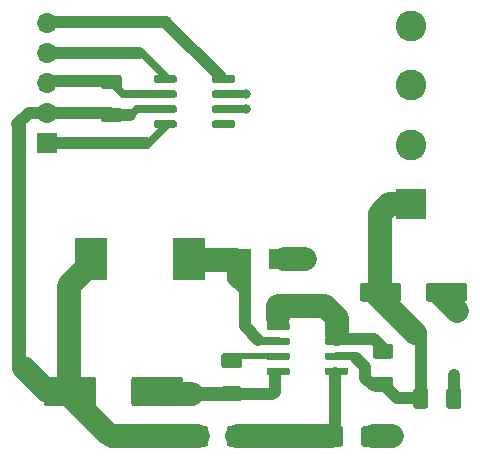
<source format=gbr>
G04 #@! TF.GenerationSoftware,KiCad,Pcbnew,(5.1.5)-3*
G04 #@! TF.CreationDate,2020-03-21T18:19:31+03:00*
G04 #@! TF.ProjectId,CAN+Power v0.1,43414e2b-506f-4776-9572-2076302e312e,rev?*
G04 #@! TF.SameCoordinates,Original*
G04 #@! TF.FileFunction,Copper,L1,Top*
G04 #@! TF.FilePolarity,Positive*
%FSLAX46Y46*%
G04 Gerber Fmt 4.6, Leading zero omitted, Abs format (unit mm)*
G04 Created by KiCad (PCBNEW (5.1.5)-3) date 2020-03-21 18:19:31*
%MOMM*%
%LPD*%
G04 APERTURE LIST*
%ADD10C,0.100000*%
%ADD11O,1.700000X1.700000*%
%ADD12R,1.700000X1.700000*%
%ADD13R,2.500000X1.800000*%
%ADD14C,2.600000*%
%ADD15R,2.600000X2.600000*%
%ADD16R,2.700000X3.600000*%
%ADD17C,0.800000*%
%ADD18C,0.250000*%
%ADD19C,0.700000*%
%ADD20C,1.000000*%
%ADD21C,2.000000*%
%ADD22C,0.500000*%
%ADD23C,1.200000*%
G04 APERTURE END LIST*
G04 #@! TA.AperFunction,SMDPad,CuDef*
D10*
G36*
X129449504Y-84976204D02*
G01*
X129473773Y-84979804D01*
X129497571Y-84985765D01*
X129520671Y-84994030D01*
X129542849Y-85004520D01*
X129563893Y-85017133D01*
X129583598Y-85031747D01*
X129601777Y-85048223D01*
X129618253Y-85066402D01*
X129632867Y-85086107D01*
X129645480Y-85107151D01*
X129655970Y-85129329D01*
X129664235Y-85152429D01*
X129670196Y-85176227D01*
X129673796Y-85200496D01*
X129675000Y-85225000D01*
X129675000Y-85975000D01*
X129673796Y-85999504D01*
X129670196Y-86023773D01*
X129664235Y-86047571D01*
X129655970Y-86070671D01*
X129645480Y-86092849D01*
X129632867Y-86113893D01*
X129618253Y-86133598D01*
X129601777Y-86151777D01*
X129583598Y-86168253D01*
X129563893Y-86182867D01*
X129542849Y-86195480D01*
X129520671Y-86205970D01*
X129497571Y-86214235D01*
X129473773Y-86220196D01*
X129449504Y-86223796D01*
X129425000Y-86225000D01*
X128175000Y-86225000D01*
X128150496Y-86223796D01*
X128126227Y-86220196D01*
X128102429Y-86214235D01*
X128079329Y-86205970D01*
X128057151Y-86195480D01*
X128036107Y-86182867D01*
X128016402Y-86168253D01*
X127998223Y-86151777D01*
X127981747Y-86133598D01*
X127967133Y-86113893D01*
X127954520Y-86092849D01*
X127944030Y-86070671D01*
X127935765Y-86047571D01*
X127929804Y-86023773D01*
X127926204Y-85999504D01*
X127925000Y-85975000D01*
X127925000Y-85225000D01*
X127926204Y-85200496D01*
X127929804Y-85176227D01*
X127935765Y-85152429D01*
X127944030Y-85129329D01*
X127954520Y-85107151D01*
X127967133Y-85086107D01*
X127981747Y-85066402D01*
X127998223Y-85048223D01*
X128016402Y-85031747D01*
X128036107Y-85017133D01*
X128057151Y-85004520D01*
X128079329Y-84994030D01*
X128102429Y-84985765D01*
X128126227Y-84979804D01*
X128150496Y-84976204D01*
X128175000Y-84975000D01*
X129425000Y-84975000D01*
X129449504Y-84976204D01*
G37*
G04 #@! TD.AperFunction*
G04 #@! TA.AperFunction,SMDPad,CuDef*
G36*
X129449504Y-82176204D02*
G01*
X129473773Y-82179804D01*
X129497571Y-82185765D01*
X129520671Y-82194030D01*
X129542849Y-82204520D01*
X129563893Y-82217133D01*
X129583598Y-82231747D01*
X129601777Y-82248223D01*
X129618253Y-82266402D01*
X129632867Y-82286107D01*
X129645480Y-82307151D01*
X129655970Y-82329329D01*
X129664235Y-82352429D01*
X129670196Y-82376227D01*
X129673796Y-82400496D01*
X129675000Y-82425000D01*
X129675000Y-83175000D01*
X129673796Y-83199504D01*
X129670196Y-83223773D01*
X129664235Y-83247571D01*
X129655970Y-83270671D01*
X129645480Y-83292849D01*
X129632867Y-83313893D01*
X129618253Y-83333598D01*
X129601777Y-83351777D01*
X129583598Y-83368253D01*
X129563893Y-83382867D01*
X129542849Y-83395480D01*
X129520671Y-83405970D01*
X129497571Y-83414235D01*
X129473773Y-83420196D01*
X129449504Y-83423796D01*
X129425000Y-83425000D01*
X128175000Y-83425000D01*
X128150496Y-83423796D01*
X128126227Y-83420196D01*
X128102429Y-83414235D01*
X128079329Y-83405970D01*
X128057151Y-83395480D01*
X128036107Y-83382867D01*
X128016402Y-83368253D01*
X127998223Y-83351777D01*
X127981747Y-83333598D01*
X127967133Y-83313893D01*
X127954520Y-83292849D01*
X127944030Y-83270671D01*
X127935765Y-83247571D01*
X127929804Y-83223773D01*
X127926204Y-83199504D01*
X127925000Y-83175000D01*
X127925000Y-82425000D01*
X127926204Y-82400496D01*
X127929804Y-82376227D01*
X127935765Y-82352429D01*
X127944030Y-82329329D01*
X127954520Y-82307151D01*
X127967133Y-82286107D01*
X127981747Y-82266402D01*
X127998223Y-82248223D01*
X128016402Y-82231747D01*
X128036107Y-82217133D01*
X128057151Y-82204520D01*
X128079329Y-82194030D01*
X128102429Y-82185765D01*
X128126227Y-82179804D01*
X128150496Y-82176204D01*
X128175000Y-82175000D01*
X129425000Y-82175000D01*
X129449504Y-82176204D01*
G37*
G04 #@! TD.AperFunction*
D11*
X123400000Y-77840000D03*
X123400000Y-80380000D03*
X123400000Y-82920000D03*
X123400000Y-85460000D03*
D12*
X123400000Y-88000000D03*
D13*
X139400000Y-97800000D03*
X143400000Y-97800000D03*
D14*
X154200000Y-78100000D03*
X154200000Y-83100000D03*
X154200000Y-88100000D03*
D15*
X154200000Y-93100000D03*
G04 #@! TA.AperFunction,SMDPad,CuDef*
D10*
G36*
X127274504Y-107751204D02*
G01*
X127298773Y-107754804D01*
X127322571Y-107760765D01*
X127345671Y-107769030D01*
X127367849Y-107779520D01*
X127388893Y-107792133D01*
X127408598Y-107806747D01*
X127426777Y-107823223D01*
X127443253Y-107841402D01*
X127457867Y-107861107D01*
X127470480Y-107882151D01*
X127480970Y-107904329D01*
X127489235Y-107927429D01*
X127495196Y-107951227D01*
X127498796Y-107975496D01*
X127500000Y-108000000D01*
X127500000Y-110000000D01*
X127498796Y-110024504D01*
X127495196Y-110048773D01*
X127489235Y-110072571D01*
X127480970Y-110095671D01*
X127470480Y-110117849D01*
X127457867Y-110138893D01*
X127443253Y-110158598D01*
X127426777Y-110176777D01*
X127408598Y-110193253D01*
X127388893Y-110207867D01*
X127367849Y-110220480D01*
X127345671Y-110230970D01*
X127322571Y-110239235D01*
X127298773Y-110245196D01*
X127274504Y-110248796D01*
X127250000Y-110250000D01*
X123350000Y-110250000D01*
X123325496Y-110248796D01*
X123301227Y-110245196D01*
X123277429Y-110239235D01*
X123254329Y-110230970D01*
X123232151Y-110220480D01*
X123211107Y-110207867D01*
X123191402Y-110193253D01*
X123173223Y-110176777D01*
X123156747Y-110158598D01*
X123142133Y-110138893D01*
X123129520Y-110117849D01*
X123119030Y-110095671D01*
X123110765Y-110072571D01*
X123104804Y-110048773D01*
X123101204Y-110024504D01*
X123100000Y-110000000D01*
X123100000Y-108000000D01*
X123101204Y-107975496D01*
X123104804Y-107951227D01*
X123110765Y-107927429D01*
X123119030Y-107904329D01*
X123129520Y-107882151D01*
X123142133Y-107861107D01*
X123156747Y-107841402D01*
X123173223Y-107823223D01*
X123191402Y-107806747D01*
X123211107Y-107792133D01*
X123232151Y-107779520D01*
X123254329Y-107769030D01*
X123277429Y-107760765D01*
X123301227Y-107754804D01*
X123325496Y-107751204D01*
X123350000Y-107750000D01*
X127250000Y-107750000D01*
X127274504Y-107751204D01*
G37*
G04 #@! TD.AperFunction*
G04 #@! TA.AperFunction,SMDPad,CuDef*
G36*
X134674504Y-107751204D02*
G01*
X134698773Y-107754804D01*
X134722571Y-107760765D01*
X134745671Y-107769030D01*
X134767849Y-107779520D01*
X134788893Y-107792133D01*
X134808598Y-107806747D01*
X134826777Y-107823223D01*
X134843253Y-107841402D01*
X134857867Y-107861107D01*
X134870480Y-107882151D01*
X134880970Y-107904329D01*
X134889235Y-107927429D01*
X134895196Y-107951227D01*
X134898796Y-107975496D01*
X134900000Y-108000000D01*
X134900000Y-110000000D01*
X134898796Y-110024504D01*
X134895196Y-110048773D01*
X134889235Y-110072571D01*
X134880970Y-110095671D01*
X134870480Y-110117849D01*
X134857867Y-110138893D01*
X134843253Y-110158598D01*
X134826777Y-110176777D01*
X134808598Y-110193253D01*
X134788893Y-110207867D01*
X134767849Y-110220480D01*
X134745671Y-110230970D01*
X134722571Y-110239235D01*
X134698773Y-110245196D01*
X134674504Y-110248796D01*
X134650000Y-110250000D01*
X130750000Y-110250000D01*
X130725496Y-110248796D01*
X130701227Y-110245196D01*
X130677429Y-110239235D01*
X130654329Y-110230970D01*
X130632151Y-110220480D01*
X130611107Y-110207867D01*
X130591402Y-110193253D01*
X130573223Y-110176777D01*
X130556747Y-110158598D01*
X130542133Y-110138893D01*
X130529520Y-110117849D01*
X130519030Y-110095671D01*
X130510765Y-110072571D01*
X130504804Y-110048773D01*
X130501204Y-110024504D01*
X130500000Y-110000000D01*
X130500000Y-108000000D01*
X130501204Y-107975496D01*
X130504804Y-107951227D01*
X130510765Y-107927429D01*
X130519030Y-107904329D01*
X130529520Y-107882151D01*
X130542133Y-107861107D01*
X130556747Y-107841402D01*
X130573223Y-107823223D01*
X130591402Y-107806747D01*
X130611107Y-107792133D01*
X130632151Y-107779520D01*
X130654329Y-107769030D01*
X130677429Y-107760765D01*
X130701227Y-107754804D01*
X130725496Y-107751204D01*
X130750000Y-107750000D01*
X134650000Y-107750000D01*
X134674504Y-107751204D01*
G37*
G04 #@! TD.AperFunction*
G04 #@! TA.AperFunction,SMDPad,CuDef*
G36*
X143764703Y-103195722D02*
G01*
X143779264Y-103197882D01*
X143793543Y-103201459D01*
X143807403Y-103206418D01*
X143820710Y-103212712D01*
X143833336Y-103220280D01*
X143845159Y-103229048D01*
X143856066Y-103238934D01*
X143865952Y-103249841D01*
X143874720Y-103261664D01*
X143882288Y-103274290D01*
X143888582Y-103287597D01*
X143893541Y-103301457D01*
X143897118Y-103315736D01*
X143899278Y-103330297D01*
X143900000Y-103345000D01*
X143900000Y-103645000D01*
X143899278Y-103659703D01*
X143897118Y-103674264D01*
X143893541Y-103688543D01*
X143888582Y-103702403D01*
X143882288Y-103715710D01*
X143874720Y-103728336D01*
X143865952Y-103740159D01*
X143856066Y-103751066D01*
X143845159Y-103760952D01*
X143833336Y-103769720D01*
X143820710Y-103777288D01*
X143807403Y-103783582D01*
X143793543Y-103788541D01*
X143779264Y-103792118D01*
X143764703Y-103794278D01*
X143750000Y-103795000D01*
X142100000Y-103795000D01*
X142085297Y-103794278D01*
X142070736Y-103792118D01*
X142056457Y-103788541D01*
X142042597Y-103783582D01*
X142029290Y-103777288D01*
X142016664Y-103769720D01*
X142004841Y-103760952D01*
X141993934Y-103751066D01*
X141984048Y-103740159D01*
X141975280Y-103728336D01*
X141967712Y-103715710D01*
X141961418Y-103702403D01*
X141956459Y-103688543D01*
X141952882Y-103674264D01*
X141950722Y-103659703D01*
X141950000Y-103645000D01*
X141950000Y-103345000D01*
X141950722Y-103330297D01*
X141952882Y-103315736D01*
X141956459Y-103301457D01*
X141961418Y-103287597D01*
X141967712Y-103274290D01*
X141975280Y-103261664D01*
X141984048Y-103249841D01*
X141993934Y-103238934D01*
X142004841Y-103229048D01*
X142016664Y-103220280D01*
X142029290Y-103212712D01*
X142042597Y-103206418D01*
X142056457Y-103201459D01*
X142070736Y-103197882D01*
X142085297Y-103195722D01*
X142100000Y-103195000D01*
X143750000Y-103195000D01*
X143764703Y-103195722D01*
G37*
G04 #@! TD.AperFunction*
G04 #@! TA.AperFunction,SMDPad,CuDef*
G36*
X143764703Y-104465722D02*
G01*
X143779264Y-104467882D01*
X143793543Y-104471459D01*
X143807403Y-104476418D01*
X143820710Y-104482712D01*
X143833336Y-104490280D01*
X143845159Y-104499048D01*
X143856066Y-104508934D01*
X143865952Y-104519841D01*
X143874720Y-104531664D01*
X143882288Y-104544290D01*
X143888582Y-104557597D01*
X143893541Y-104571457D01*
X143897118Y-104585736D01*
X143899278Y-104600297D01*
X143900000Y-104615000D01*
X143900000Y-104915000D01*
X143899278Y-104929703D01*
X143897118Y-104944264D01*
X143893541Y-104958543D01*
X143888582Y-104972403D01*
X143882288Y-104985710D01*
X143874720Y-104998336D01*
X143865952Y-105010159D01*
X143856066Y-105021066D01*
X143845159Y-105030952D01*
X143833336Y-105039720D01*
X143820710Y-105047288D01*
X143807403Y-105053582D01*
X143793543Y-105058541D01*
X143779264Y-105062118D01*
X143764703Y-105064278D01*
X143750000Y-105065000D01*
X142100000Y-105065000D01*
X142085297Y-105064278D01*
X142070736Y-105062118D01*
X142056457Y-105058541D01*
X142042597Y-105053582D01*
X142029290Y-105047288D01*
X142016664Y-105039720D01*
X142004841Y-105030952D01*
X141993934Y-105021066D01*
X141984048Y-105010159D01*
X141975280Y-104998336D01*
X141967712Y-104985710D01*
X141961418Y-104972403D01*
X141956459Y-104958543D01*
X141952882Y-104944264D01*
X141950722Y-104929703D01*
X141950000Y-104915000D01*
X141950000Y-104615000D01*
X141950722Y-104600297D01*
X141952882Y-104585736D01*
X141956459Y-104571457D01*
X141961418Y-104557597D01*
X141967712Y-104544290D01*
X141975280Y-104531664D01*
X141984048Y-104519841D01*
X141993934Y-104508934D01*
X142004841Y-104499048D01*
X142016664Y-104490280D01*
X142029290Y-104482712D01*
X142042597Y-104476418D01*
X142056457Y-104471459D01*
X142070736Y-104467882D01*
X142085297Y-104465722D01*
X142100000Y-104465000D01*
X143750000Y-104465000D01*
X143764703Y-104465722D01*
G37*
G04 #@! TD.AperFunction*
G04 #@! TA.AperFunction,SMDPad,CuDef*
G36*
X143764703Y-105735722D02*
G01*
X143779264Y-105737882D01*
X143793543Y-105741459D01*
X143807403Y-105746418D01*
X143820710Y-105752712D01*
X143833336Y-105760280D01*
X143845159Y-105769048D01*
X143856066Y-105778934D01*
X143865952Y-105789841D01*
X143874720Y-105801664D01*
X143882288Y-105814290D01*
X143888582Y-105827597D01*
X143893541Y-105841457D01*
X143897118Y-105855736D01*
X143899278Y-105870297D01*
X143900000Y-105885000D01*
X143900000Y-106185000D01*
X143899278Y-106199703D01*
X143897118Y-106214264D01*
X143893541Y-106228543D01*
X143888582Y-106242403D01*
X143882288Y-106255710D01*
X143874720Y-106268336D01*
X143865952Y-106280159D01*
X143856066Y-106291066D01*
X143845159Y-106300952D01*
X143833336Y-106309720D01*
X143820710Y-106317288D01*
X143807403Y-106323582D01*
X143793543Y-106328541D01*
X143779264Y-106332118D01*
X143764703Y-106334278D01*
X143750000Y-106335000D01*
X142100000Y-106335000D01*
X142085297Y-106334278D01*
X142070736Y-106332118D01*
X142056457Y-106328541D01*
X142042597Y-106323582D01*
X142029290Y-106317288D01*
X142016664Y-106309720D01*
X142004841Y-106300952D01*
X141993934Y-106291066D01*
X141984048Y-106280159D01*
X141975280Y-106268336D01*
X141967712Y-106255710D01*
X141961418Y-106242403D01*
X141956459Y-106228543D01*
X141952882Y-106214264D01*
X141950722Y-106199703D01*
X141950000Y-106185000D01*
X141950000Y-105885000D01*
X141950722Y-105870297D01*
X141952882Y-105855736D01*
X141956459Y-105841457D01*
X141961418Y-105827597D01*
X141967712Y-105814290D01*
X141975280Y-105801664D01*
X141984048Y-105789841D01*
X141993934Y-105778934D01*
X142004841Y-105769048D01*
X142016664Y-105760280D01*
X142029290Y-105752712D01*
X142042597Y-105746418D01*
X142056457Y-105741459D01*
X142070736Y-105737882D01*
X142085297Y-105735722D01*
X142100000Y-105735000D01*
X143750000Y-105735000D01*
X143764703Y-105735722D01*
G37*
G04 #@! TD.AperFunction*
G04 #@! TA.AperFunction,SMDPad,CuDef*
G36*
X143764703Y-107005722D02*
G01*
X143779264Y-107007882D01*
X143793543Y-107011459D01*
X143807403Y-107016418D01*
X143820710Y-107022712D01*
X143833336Y-107030280D01*
X143845159Y-107039048D01*
X143856066Y-107048934D01*
X143865952Y-107059841D01*
X143874720Y-107071664D01*
X143882288Y-107084290D01*
X143888582Y-107097597D01*
X143893541Y-107111457D01*
X143897118Y-107125736D01*
X143899278Y-107140297D01*
X143900000Y-107155000D01*
X143900000Y-107455000D01*
X143899278Y-107469703D01*
X143897118Y-107484264D01*
X143893541Y-107498543D01*
X143888582Y-107512403D01*
X143882288Y-107525710D01*
X143874720Y-107538336D01*
X143865952Y-107550159D01*
X143856066Y-107561066D01*
X143845159Y-107570952D01*
X143833336Y-107579720D01*
X143820710Y-107587288D01*
X143807403Y-107593582D01*
X143793543Y-107598541D01*
X143779264Y-107602118D01*
X143764703Y-107604278D01*
X143750000Y-107605000D01*
X142100000Y-107605000D01*
X142085297Y-107604278D01*
X142070736Y-107602118D01*
X142056457Y-107598541D01*
X142042597Y-107593582D01*
X142029290Y-107587288D01*
X142016664Y-107579720D01*
X142004841Y-107570952D01*
X141993934Y-107561066D01*
X141984048Y-107550159D01*
X141975280Y-107538336D01*
X141967712Y-107525710D01*
X141961418Y-107512403D01*
X141956459Y-107498543D01*
X141952882Y-107484264D01*
X141950722Y-107469703D01*
X141950000Y-107455000D01*
X141950000Y-107155000D01*
X141950722Y-107140297D01*
X141952882Y-107125736D01*
X141956459Y-107111457D01*
X141961418Y-107097597D01*
X141967712Y-107084290D01*
X141975280Y-107071664D01*
X141984048Y-107059841D01*
X141993934Y-107048934D01*
X142004841Y-107039048D01*
X142016664Y-107030280D01*
X142029290Y-107022712D01*
X142042597Y-107016418D01*
X142056457Y-107011459D01*
X142070736Y-107007882D01*
X142085297Y-107005722D01*
X142100000Y-107005000D01*
X143750000Y-107005000D01*
X143764703Y-107005722D01*
G37*
G04 #@! TD.AperFunction*
G04 #@! TA.AperFunction,SMDPad,CuDef*
G36*
X148714703Y-107005722D02*
G01*
X148729264Y-107007882D01*
X148743543Y-107011459D01*
X148757403Y-107016418D01*
X148770710Y-107022712D01*
X148783336Y-107030280D01*
X148795159Y-107039048D01*
X148806066Y-107048934D01*
X148815952Y-107059841D01*
X148824720Y-107071664D01*
X148832288Y-107084290D01*
X148838582Y-107097597D01*
X148843541Y-107111457D01*
X148847118Y-107125736D01*
X148849278Y-107140297D01*
X148850000Y-107155000D01*
X148850000Y-107455000D01*
X148849278Y-107469703D01*
X148847118Y-107484264D01*
X148843541Y-107498543D01*
X148838582Y-107512403D01*
X148832288Y-107525710D01*
X148824720Y-107538336D01*
X148815952Y-107550159D01*
X148806066Y-107561066D01*
X148795159Y-107570952D01*
X148783336Y-107579720D01*
X148770710Y-107587288D01*
X148757403Y-107593582D01*
X148743543Y-107598541D01*
X148729264Y-107602118D01*
X148714703Y-107604278D01*
X148700000Y-107605000D01*
X147050000Y-107605000D01*
X147035297Y-107604278D01*
X147020736Y-107602118D01*
X147006457Y-107598541D01*
X146992597Y-107593582D01*
X146979290Y-107587288D01*
X146966664Y-107579720D01*
X146954841Y-107570952D01*
X146943934Y-107561066D01*
X146934048Y-107550159D01*
X146925280Y-107538336D01*
X146917712Y-107525710D01*
X146911418Y-107512403D01*
X146906459Y-107498543D01*
X146902882Y-107484264D01*
X146900722Y-107469703D01*
X146900000Y-107455000D01*
X146900000Y-107155000D01*
X146900722Y-107140297D01*
X146902882Y-107125736D01*
X146906459Y-107111457D01*
X146911418Y-107097597D01*
X146917712Y-107084290D01*
X146925280Y-107071664D01*
X146934048Y-107059841D01*
X146943934Y-107048934D01*
X146954841Y-107039048D01*
X146966664Y-107030280D01*
X146979290Y-107022712D01*
X146992597Y-107016418D01*
X147006457Y-107011459D01*
X147020736Y-107007882D01*
X147035297Y-107005722D01*
X147050000Y-107005000D01*
X148700000Y-107005000D01*
X148714703Y-107005722D01*
G37*
G04 #@! TD.AperFunction*
G04 #@! TA.AperFunction,SMDPad,CuDef*
G36*
X148714703Y-105735722D02*
G01*
X148729264Y-105737882D01*
X148743543Y-105741459D01*
X148757403Y-105746418D01*
X148770710Y-105752712D01*
X148783336Y-105760280D01*
X148795159Y-105769048D01*
X148806066Y-105778934D01*
X148815952Y-105789841D01*
X148824720Y-105801664D01*
X148832288Y-105814290D01*
X148838582Y-105827597D01*
X148843541Y-105841457D01*
X148847118Y-105855736D01*
X148849278Y-105870297D01*
X148850000Y-105885000D01*
X148850000Y-106185000D01*
X148849278Y-106199703D01*
X148847118Y-106214264D01*
X148843541Y-106228543D01*
X148838582Y-106242403D01*
X148832288Y-106255710D01*
X148824720Y-106268336D01*
X148815952Y-106280159D01*
X148806066Y-106291066D01*
X148795159Y-106300952D01*
X148783336Y-106309720D01*
X148770710Y-106317288D01*
X148757403Y-106323582D01*
X148743543Y-106328541D01*
X148729264Y-106332118D01*
X148714703Y-106334278D01*
X148700000Y-106335000D01*
X147050000Y-106335000D01*
X147035297Y-106334278D01*
X147020736Y-106332118D01*
X147006457Y-106328541D01*
X146992597Y-106323582D01*
X146979290Y-106317288D01*
X146966664Y-106309720D01*
X146954841Y-106300952D01*
X146943934Y-106291066D01*
X146934048Y-106280159D01*
X146925280Y-106268336D01*
X146917712Y-106255710D01*
X146911418Y-106242403D01*
X146906459Y-106228543D01*
X146902882Y-106214264D01*
X146900722Y-106199703D01*
X146900000Y-106185000D01*
X146900000Y-105885000D01*
X146900722Y-105870297D01*
X146902882Y-105855736D01*
X146906459Y-105841457D01*
X146911418Y-105827597D01*
X146917712Y-105814290D01*
X146925280Y-105801664D01*
X146934048Y-105789841D01*
X146943934Y-105778934D01*
X146954841Y-105769048D01*
X146966664Y-105760280D01*
X146979290Y-105752712D01*
X146992597Y-105746418D01*
X147006457Y-105741459D01*
X147020736Y-105737882D01*
X147035297Y-105735722D01*
X147050000Y-105735000D01*
X148700000Y-105735000D01*
X148714703Y-105735722D01*
G37*
G04 #@! TD.AperFunction*
G04 #@! TA.AperFunction,SMDPad,CuDef*
G36*
X148714703Y-104465722D02*
G01*
X148729264Y-104467882D01*
X148743543Y-104471459D01*
X148757403Y-104476418D01*
X148770710Y-104482712D01*
X148783336Y-104490280D01*
X148795159Y-104499048D01*
X148806066Y-104508934D01*
X148815952Y-104519841D01*
X148824720Y-104531664D01*
X148832288Y-104544290D01*
X148838582Y-104557597D01*
X148843541Y-104571457D01*
X148847118Y-104585736D01*
X148849278Y-104600297D01*
X148850000Y-104615000D01*
X148850000Y-104915000D01*
X148849278Y-104929703D01*
X148847118Y-104944264D01*
X148843541Y-104958543D01*
X148838582Y-104972403D01*
X148832288Y-104985710D01*
X148824720Y-104998336D01*
X148815952Y-105010159D01*
X148806066Y-105021066D01*
X148795159Y-105030952D01*
X148783336Y-105039720D01*
X148770710Y-105047288D01*
X148757403Y-105053582D01*
X148743543Y-105058541D01*
X148729264Y-105062118D01*
X148714703Y-105064278D01*
X148700000Y-105065000D01*
X147050000Y-105065000D01*
X147035297Y-105064278D01*
X147020736Y-105062118D01*
X147006457Y-105058541D01*
X146992597Y-105053582D01*
X146979290Y-105047288D01*
X146966664Y-105039720D01*
X146954841Y-105030952D01*
X146943934Y-105021066D01*
X146934048Y-105010159D01*
X146925280Y-104998336D01*
X146917712Y-104985710D01*
X146911418Y-104972403D01*
X146906459Y-104958543D01*
X146902882Y-104944264D01*
X146900722Y-104929703D01*
X146900000Y-104915000D01*
X146900000Y-104615000D01*
X146900722Y-104600297D01*
X146902882Y-104585736D01*
X146906459Y-104571457D01*
X146911418Y-104557597D01*
X146917712Y-104544290D01*
X146925280Y-104531664D01*
X146934048Y-104519841D01*
X146943934Y-104508934D01*
X146954841Y-104499048D01*
X146966664Y-104490280D01*
X146979290Y-104482712D01*
X146992597Y-104476418D01*
X147006457Y-104471459D01*
X147020736Y-104467882D01*
X147035297Y-104465722D01*
X147050000Y-104465000D01*
X148700000Y-104465000D01*
X148714703Y-104465722D01*
G37*
G04 #@! TD.AperFunction*
G04 #@! TA.AperFunction,SMDPad,CuDef*
G36*
X148714703Y-103195722D02*
G01*
X148729264Y-103197882D01*
X148743543Y-103201459D01*
X148757403Y-103206418D01*
X148770710Y-103212712D01*
X148783336Y-103220280D01*
X148795159Y-103229048D01*
X148806066Y-103238934D01*
X148815952Y-103249841D01*
X148824720Y-103261664D01*
X148832288Y-103274290D01*
X148838582Y-103287597D01*
X148843541Y-103301457D01*
X148847118Y-103315736D01*
X148849278Y-103330297D01*
X148850000Y-103345000D01*
X148850000Y-103645000D01*
X148849278Y-103659703D01*
X148847118Y-103674264D01*
X148843541Y-103688543D01*
X148838582Y-103702403D01*
X148832288Y-103715710D01*
X148824720Y-103728336D01*
X148815952Y-103740159D01*
X148806066Y-103751066D01*
X148795159Y-103760952D01*
X148783336Y-103769720D01*
X148770710Y-103777288D01*
X148757403Y-103783582D01*
X148743543Y-103788541D01*
X148729264Y-103792118D01*
X148714703Y-103794278D01*
X148700000Y-103795000D01*
X147050000Y-103795000D01*
X147035297Y-103794278D01*
X147020736Y-103792118D01*
X147006457Y-103788541D01*
X146992597Y-103783582D01*
X146979290Y-103777288D01*
X146966664Y-103769720D01*
X146954841Y-103760952D01*
X146943934Y-103751066D01*
X146934048Y-103740159D01*
X146925280Y-103728336D01*
X146917712Y-103715710D01*
X146911418Y-103702403D01*
X146906459Y-103688543D01*
X146902882Y-103674264D01*
X146900722Y-103659703D01*
X146900000Y-103645000D01*
X146900000Y-103345000D01*
X146900722Y-103330297D01*
X146902882Y-103315736D01*
X146906459Y-103301457D01*
X146911418Y-103287597D01*
X146917712Y-103274290D01*
X146925280Y-103261664D01*
X146934048Y-103249841D01*
X146943934Y-103238934D01*
X146954841Y-103229048D01*
X146966664Y-103220280D01*
X146979290Y-103212712D01*
X146992597Y-103206418D01*
X147006457Y-103201459D01*
X147020736Y-103197882D01*
X147035297Y-103195722D01*
X147050000Y-103195000D01*
X148700000Y-103195000D01*
X148714703Y-103195722D01*
G37*
G04 #@! TD.AperFunction*
G04 #@! TA.AperFunction,SMDPad,CuDef*
G36*
X139154703Y-82255722D02*
G01*
X139169264Y-82257882D01*
X139183543Y-82261459D01*
X139197403Y-82266418D01*
X139210710Y-82272712D01*
X139223336Y-82280280D01*
X139235159Y-82289048D01*
X139246066Y-82298934D01*
X139255952Y-82309841D01*
X139264720Y-82321664D01*
X139272288Y-82334290D01*
X139278582Y-82347597D01*
X139283541Y-82361457D01*
X139287118Y-82375736D01*
X139289278Y-82390297D01*
X139290000Y-82405000D01*
X139290000Y-82705000D01*
X139289278Y-82719703D01*
X139287118Y-82734264D01*
X139283541Y-82748543D01*
X139278582Y-82762403D01*
X139272288Y-82775710D01*
X139264720Y-82788336D01*
X139255952Y-82800159D01*
X139246066Y-82811066D01*
X139235159Y-82820952D01*
X139223336Y-82829720D01*
X139210710Y-82837288D01*
X139197403Y-82843582D01*
X139183543Y-82848541D01*
X139169264Y-82852118D01*
X139154703Y-82854278D01*
X139140000Y-82855000D01*
X137490000Y-82855000D01*
X137475297Y-82854278D01*
X137460736Y-82852118D01*
X137446457Y-82848541D01*
X137432597Y-82843582D01*
X137419290Y-82837288D01*
X137406664Y-82829720D01*
X137394841Y-82820952D01*
X137383934Y-82811066D01*
X137374048Y-82800159D01*
X137365280Y-82788336D01*
X137357712Y-82775710D01*
X137351418Y-82762403D01*
X137346459Y-82748543D01*
X137342882Y-82734264D01*
X137340722Y-82719703D01*
X137340000Y-82705000D01*
X137340000Y-82405000D01*
X137340722Y-82390297D01*
X137342882Y-82375736D01*
X137346459Y-82361457D01*
X137351418Y-82347597D01*
X137357712Y-82334290D01*
X137365280Y-82321664D01*
X137374048Y-82309841D01*
X137383934Y-82298934D01*
X137394841Y-82289048D01*
X137406664Y-82280280D01*
X137419290Y-82272712D01*
X137432597Y-82266418D01*
X137446457Y-82261459D01*
X137460736Y-82257882D01*
X137475297Y-82255722D01*
X137490000Y-82255000D01*
X139140000Y-82255000D01*
X139154703Y-82255722D01*
G37*
G04 #@! TD.AperFunction*
G04 #@! TA.AperFunction,SMDPad,CuDef*
G36*
X139154703Y-83525722D02*
G01*
X139169264Y-83527882D01*
X139183543Y-83531459D01*
X139197403Y-83536418D01*
X139210710Y-83542712D01*
X139223336Y-83550280D01*
X139235159Y-83559048D01*
X139246066Y-83568934D01*
X139255952Y-83579841D01*
X139264720Y-83591664D01*
X139272288Y-83604290D01*
X139278582Y-83617597D01*
X139283541Y-83631457D01*
X139287118Y-83645736D01*
X139289278Y-83660297D01*
X139290000Y-83675000D01*
X139290000Y-83975000D01*
X139289278Y-83989703D01*
X139287118Y-84004264D01*
X139283541Y-84018543D01*
X139278582Y-84032403D01*
X139272288Y-84045710D01*
X139264720Y-84058336D01*
X139255952Y-84070159D01*
X139246066Y-84081066D01*
X139235159Y-84090952D01*
X139223336Y-84099720D01*
X139210710Y-84107288D01*
X139197403Y-84113582D01*
X139183543Y-84118541D01*
X139169264Y-84122118D01*
X139154703Y-84124278D01*
X139140000Y-84125000D01*
X137490000Y-84125000D01*
X137475297Y-84124278D01*
X137460736Y-84122118D01*
X137446457Y-84118541D01*
X137432597Y-84113582D01*
X137419290Y-84107288D01*
X137406664Y-84099720D01*
X137394841Y-84090952D01*
X137383934Y-84081066D01*
X137374048Y-84070159D01*
X137365280Y-84058336D01*
X137357712Y-84045710D01*
X137351418Y-84032403D01*
X137346459Y-84018543D01*
X137342882Y-84004264D01*
X137340722Y-83989703D01*
X137340000Y-83975000D01*
X137340000Y-83675000D01*
X137340722Y-83660297D01*
X137342882Y-83645736D01*
X137346459Y-83631457D01*
X137351418Y-83617597D01*
X137357712Y-83604290D01*
X137365280Y-83591664D01*
X137374048Y-83579841D01*
X137383934Y-83568934D01*
X137394841Y-83559048D01*
X137406664Y-83550280D01*
X137419290Y-83542712D01*
X137432597Y-83536418D01*
X137446457Y-83531459D01*
X137460736Y-83527882D01*
X137475297Y-83525722D01*
X137490000Y-83525000D01*
X139140000Y-83525000D01*
X139154703Y-83525722D01*
G37*
G04 #@! TD.AperFunction*
G04 #@! TA.AperFunction,SMDPad,CuDef*
G36*
X139154703Y-84795722D02*
G01*
X139169264Y-84797882D01*
X139183543Y-84801459D01*
X139197403Y-84806418D01*
X139210710Y-84812712D01*
X139223336Y-84820280D01*
X139235159Y-84829048D01*
X139246066Y-84838934D01*
X139255952Y-84849841D01*
X139264720Y-84861664D01*
X139272288Y-84874290D01*
X139278582Y-84887597D01*
X139283541Y-84901457D01*
X139287118Y-84915736D01*
X139289278Y-84930297D01*
X139290000Y-84945000D01*
X139290000Y-85245000D01*
X139289278Y-85259703D01*
X139287118Y-85274264D01*
X139283541Y-85288543D01*
X139278582Y-85302403D01*
X139272288Y-85315710D01*
X139264720Y-85328336D01*
X139255952Y-85340159D01*
X139246066Y-85351066D01*
X139235159Y-85360952D01*
X139223336Y-85369720D01*
X139210710Y-85377288D01*
X139197403Y-85383582D01*
X139183543Y-85388541D01*
X139169264Y-85392118D01*
X139154703Y-85394278D01*
X139140000Y-85395000D01*
X137490000Y-85395000D01*
X137475297Y-85394278D01*
X137460736Y-85392118D01*
X137446457Y-85388541D01*
X137432597Y-85383582D01*
X137419290Y-85377288D01*
X137406664Y-85369720D01*
X137394841Y-85360952D01*
X137383934Y-85351066D01*
X137374048Y-85340159D01*
X137365280Y-85328336D01*
X137357712Y-85315710D01*
X137351418Y-85302403D01*
X137346459Y-85288543D01*
X137342882Y-85274264D01*
X137340722Y-85259703D01*
X137340000Y-85245000D01*
X137340000Y-84945000D01*
X137340722Y-84930297D01*
X137342882Y-84915736D01*
X137346459Y-84901457D01*
X137351418Y-84887597D01*
X137357712Y-84874290D01*
X137365280Y-84861664D01*
X137374048Y-84849841D01*
X137383934Y-84838934D01*
X137394841Y-84829048D01*
X137406664Y-84820280D01*
X137419290Y-84812712D01*
X137432597Y-84806418D01*
X137446457Y-84801459D01*
X137460736Y-84797882D01*
X137475297Y-84795722D01*
X137490000Y-84795000D01*
X139140000Y-84795000D01*
X139154703Y-84795722D01*
G37*
G04 #@! TD.AperFunction*
G04 #@! TA.AperFunction,SMDPad,CuDef*
G36*
X139154703Y-86065722D02*
G01*
X139169264Y-86067882D01*
X139183543Y-86071459D01*
X139197403Y-86076418D01*
X139210710Y-86082712D01*
X139223336Y-86090280D01*
X139235159Y-86099048D01*
X139246066Y-86108934D01*
X139255952Y-86119841D01*
X139264720Y-86131664D01*
X139272288Y-86144290D01*
X139278582Y-86157597D01*
X139283541Y-86171457D01*
X139287118Y-86185736D01*
X139289278Y-86200297D01*
X139290000Y-86215000D01*
X139290000Y-86515000D01*
X139289278Y-86529703D01*
X139287118Y-86544264D01*
X139283541Y-86558543D01*
X139278582Y-86572403D01*
X139272288Y-86585710D01*
X139264720Y-86598336D01*
X139255952Y-86610159D01*
X139246066Y-86621066D01*
X139235159Y-86630952D01*
X139223336Y-86639720D01*
X139210710Y-86647288D01*
X139197403Y-86653582D01*
X139183543Y-86658541D01*
X139169264Y-86662118D01*
X139154703Y-86664278D01*
X139140000Y-86665000D01*
X137490000Y-86665000D01*
X137475297Y-86664278D01*
X137460736Y-86662118D01*
X137446457Y-86658541D01*
X137432597Y-86653582D01*
X137419290Y-86647288D01*
X137406664Y-86639720D01*
X137394841Y-86630952D01*
X137383934Y-86621066D01*
X137374048Y-86610159D01*
X137365280Y-86598336D01*
X137357712Y-86585710D01*
X137351418Y-86572403D01*
X137346459Y-86558543D01*
X137342882Y-86544264D01*
X137340722Y-86529703D01*
X137340000Y-86515000D01*
X137340000Y-86215000D01*
X137340722Y-86200297D01*
X137342882Y-86185736D01*
X137346459Y-86171457D01*
X137351418Y-86157597D01*
X137357712Y-86144290D01*
X137365280Y-86131664D01*
X137374048Y-86119841D01*
X137383934Y-86108934D01*
X137394841Y-86099048D01*
X137406664Y-86090280D01*
X137419290Y-86082712D01*
X137432597Y-86076418D01*
X137446457Y-86071459D01*
X137460736Y-86067882D01*
X137475297Y-86065722D01*
X137490000Y-86065000D01*
X139140000Y-86065000D01*
X139154703Y-86065722D01*
G37*
G04 #@! TD.AperFunction*
G04 #@! TA.AperFunction,SMDPad,CuDef*
G36*
X134204703Y-86065722D02*
G01*
X134219264Y-86067882D01*
X134233543Y-86071459D01*
X134247403Y-86076418D01*
X134260710Y-86082712D01*
X134273336Y-86090280D01*
X134285159Y-86099048D01*
X134296066Y-86108934D01*
X134305952Y-86119841D01*
X134314720Y-86131664D01*
X134322288Y-86144290D01*
X134328582Y-86157597D01*
X134333541Y-86171457D01*
X134337118Y-86185736D01*
X134339278Y-86200297D01*
X134340000Y-86215000D01*
X134340000Y-86515000D01*
X134339278Y-86529703D01*
X134337118Y-86544264D01*
X134333541Y-86558543D01*
X134328582Y-86572403D01*
X134322288Y-86585710D01*
X134314720Y-86598336D01*
X134305952Y-86610159D01*
X134296066Y-86621066D01*
X134285159Y-86630952D01*
X134273336Y-86639720D01*
X134260710Y-86647288D01*
X134247403Y-86653582D01*
X134233543Y-86658541D01*
X134219264Y-86662118D01*
X134204703Y-86664278D01*
X134190000Y-86665000D01*
X132540000Y-86665000D01*
X132525297Y-86664278D01*
X132510736Y-86662118D01*
X132496457Y-86658541D01*
X132482597Y-86653582D01*
X132469290Y-86647288D01*
X132456664Y-86639720D01*
X132444841Y-86630952D01*
X132433934Y-86621066D01*
X132424048Y-86610159D01*
X132415280Y-86598336D01*
X132407712Y-86585710D01*
X132401418Y-86572403D01*
X132396459Y-86558543D01*
X132392882Y-86544264D01*
X132390722Y-86529703D01*
X132390000Y-86515000D01*
X132390000Y-86215000D01*
X132390722Y-86200297D01*
X132392882Y-86185736D01*
X132396459Y-86171457D01*
X132401418Y-86157597D01*
X132407712Y-86144290D01*
X132415280Y-86131664D01*
X132424048Y-86119841D01*
X132433934Y-86108934D01*
X132444841Y-86099048D01*
X132456664Y-86090280D01*
X132469290Y-86082712D01*
X132482597Y-86076418D01*
X132496457Y-86071459D01*
X132510736Y-86067882D01*
X132525297Y-86065722D01*
X132540000Y-86065000D01*
X134190000Y-86065000D01*
X134204703Y-86065722D01*
G37*
G04 #@! TD.AperFunction*
G04 #@! TA.AperFunction,SMDPad,CuDef*
G36*
X134204703Y-84795722D02*
G01*
X134219264Y-84797882D01*
X134233543Y-84801459D01*
X134247403Y-84806418D01*
X134260710Y-84812712D01*
X134273336Y-84820280D01*
X134285159Y-84829048D01*
X134296066Y-84838934D01*
X134305952Y-84849841D01*
X134314720Y-84861664D01*
X134322288Y-84874290D01*
X134328582Y-84887597D01*
X134333541Y-84901457D01*
X134337118Y-84915736D01*
X134339278Y-84930297D01*
X134340000Y-84945000D01*
X134340000Y-85245000D01*
X134339278Y-85259703D01*
X134337118Y-85274264D01*
X134333541Y-85288543D01*
X134328582Y-85302403D01*
X134322288Y-85315710D01*
X134314720Y-85328336D01*
X134305952Y-85340159D01*
X134296066Y-85351066D01*
X134285159Y-85360952D01*
X134273336Y-85369720D01*
X134260710Y-85377288D01*
X134247403Y-85383582D01*
X134233543Y-85388541D01*
X134219264Y-85392118D01*
X134204703Y-85394278D01*
X134190000Y-85395000D01*
X132540000Y-85395000D01*
X132525297Y-85394278D01*
X132510736Y-85392118D01*
X132496457Y-85388541D01*
X132482597Y-85383582D01*
X132469290Y-85377288D01*
X132456664Y-85369720D01*
X132444841Y-85360952D01*
X132433934Y-85351066D01*
X132424048Y-85340159D01*
X132415280Y-85328336D01*
X132407712Y-85315710D01*
X132401418Y-85302403D01*
X132396459Y-85288543D01*
X132392882Y-85274264D01*
X132390722Y-85259703D01*
X132390000Y-85245000D01*
X132390000Y-84945000D01*
X132390722Y-84930297D01*
X132392882Y-84915736D01*
X132396459Y-84901457D01*
X132401418Y-84887597D01*
X132407712Y-84874290D01*
X132415280Y-84861664D01*
X132424048Y-84849841D01*
X132433934Y-84838934D01*
X132444841Y-84829048D01*
X132456664Y-84820280D01*
X132469290Y-84812712D01*
X132482597Y-84806418D01*
X132496457Y-84801459D01*
X132510736Y-84797882D01*
X132525297Y-84795722D01*
X132540000Y-84795000D01*
X134190000Y-84795000D01*
X134204703Y-84795722D01*
G37*
G04 #@! TD.AperFunction*
G04 #@! TA.AperFunction,SMDPad,CuDef*
G36*
X134204703Y-83525722D02*
G01*
X134219264Y-83527882D01*
X134233543Y-83531459D01*
X134247403Y-83536418D01*
X134260710Y-83542712D01*
X134273336Y-83550280D01*
X134285159Y-83559048D01*
X134296066Y-83568934D01*
X134305952Y-83579841D01*
X134314720Y-83591664D01*
X134322288Y-83604290D01*
X134328582Y-83617597D01*
X134333541Y-83631457D01*
X134337118Y-83645736D01*
X134339278Y-83660297D01*
X134340000Y-83675000D01*
X134340000Y-83975000D01*
X134339278Y-83989703D01*
X134337118Y-84004264D01*
X134333541Y-84018543D01*
X134328582Y-84032403D01*
X134322288Y-84045710D01*
X134314720Y-84058336D01*
X134305952Y-84070159D01*
X134296066Y-84081066D01*
X134285159Y-84090952D01*
X134273336Y-84099720D01*
X134260710Y-84107288D01*
X134247403Y-84113582D01*
X134233543Y-84118541D01*
X134219264Y-84122118D01*
X134204703Y-84124278D01*
X134190000Y-84125000D01*
X132540000Y-84125000D01*
X132525297Y-84124278D01*
X132510736Y-84122118D01*
X132496457Y-84118541D01*
X132482597Y-84113582D01*
X132469290Y-84107288D01*
X132456664Y-84099720D01*
X132444841Y-84090952D01*
X132433934Y-84081066D01*
X132424048Y-84070159D01*
X132415280Y-84058336D01*
X132407712Y-84045710D01*
X132401418Y-84032403D01*
X132396459Y-84018543D01*
X132392882Y-84004264D01*
X132390722Y-83989703D01*
X132390000Y-83975000D01*
X132390000Y-83675000D01*
X132390722Y-83660297D01*
X132392882Y-83645736D01*
X132396459Y-83631457D01*
X132401418Y-83617597D01*
X132407712Y-83604290D01*
X132415280Y-83591664D01*
X132424048Y-83579841D01*
X132433934Y-83568934D01*
X132444841Y-83559048D01*
X132456664Y-83550280D01*
X132469290Y-83542712D01*
X132482597Y-83536418D01*
X132496457Y-83531459D01*
X132510736Y-83527882D01*
X132525297Y-83525722D01*
X132540000Y-83525000D01*
X134190000Y-83525000D01*
X134204703Y-83525722D01*
G37*
G04 #@! TD.AperFunction*
G04 #@! TA.AperFunction,SMDPad,CuDef*
G36*
X134204703Y-82255722D02*
G01*
X134219264Y-82257882D01*
X134233543Y-82261459D01*
X134247403Y-82266418D01*
X134260710Y-82272712D01*
X134273336Y-82280280D01*
X134285159Y-82289048D01*
X134296066Y-82298934D01*
X134305952Y-82309841D01*
X134314720Y-82321664D01*
X134322288Y-82334290D01*
X134328582Y-82347597D01*
X134333541Y-82361457D01*
X134337118Y-82375736D01*
X134339278Y-82390297D01*
X134340000Y-82405000D01*
X134340000Y-82705000D01*
X134339278Y-82719703D01*
X134337118Y-82734264D01*
X134333541Y-82748543D01*
X134328582Y-82762403D01*
X134322288Y-82775710D01*
X134314720Y-82788336D01*
X134305952Y-82800159D01*
X134296066Y-82811066D01*
X134285159Y-82820952D01*
X134273336Y-82829720D01*
X134260710Y-82837288D01*
X134247403Y-82843582D01*
X134233543Y-82848541D01*
X134219264Y-82852118D01*
X134204703Y-82854278D01*
X134190000Y-82855000D01*
X132540000Y-82855000D01*
X132525297Y-82854278D01*
X132510736Y-82852118D01*
X132496457Y-82848541D01*
X132482597Y-82843582D01*
X132469290Y-82837288D01*
X132456664Y-82829720D01*
X132444841Y-82820952D01*
X132433934Y-82811066D01*
X132424048Y-82800159D01*
X132415280Y-82788336D01*
X132407712Y-82775710D01*
X132401418Y-82762403D01*
X132396459Y-82748543D01*
X132392882Y-82734264D01*
X132390722Y-82719703D01*
X132390000Y-82705000D01*
X132390000Y-82405000D01*
X132390722Y-82390297D01*
X132392882Y-82375736D01*
X132396459Y-82361457D01*
X132401418Y-82347597D01*
X132407712Y-82334290D01*
X132415280Y-82321664D01*
X132424048Y-82309841D01*
X132433934Y-82298934D01*
X132444841Y-82289048D01*
X132456664Y-82280280D01*
X132469290Y-82272712D01*
X132482597Y-82266418D01*
X132496457Y-82261459D01*
X132510736Y-82257882D01*
X132525297Y-82255722D01*
X132540000Y-82255000D01*
X134190000Y-82255000D01*
X134204703Y-82255722D01*
G37*
G04 #@! TD.AperFunction*
G04 #@! TA.AperFunction,SMDPad,CuDef*
G36*
X152449504Y-107776204D02*
G01*
X152473773Y-107779804D01*
X152497571Y-107785765D01*
X152520671Y-107794030D01*
X152542849Y-107804520D01*
X152563893Y-107817133D01*
X152583598Y-107831747D01*
X152601777Y-107848223D01*
X152618253Y-107866402D01*
X152632867Y-107886107D01*
X152645480Y-107907151D01*
X152655970Y-107929329D01*
X152664235Y-107952429D01*
X152670196Y-107976227D01*
X152673796Y-108000496D01*
X152675000Y-108025000D01*
X152675000Y-108775000D01*
X152673796Y-108799504D01*
X152670196Y-108823773D01*
X152664235Y-108847571D01*
X152655970Y-108870671D01*
X152645480Y-108892849D01*
X152632867Y-108913893D01*
X152618253Y-108933598D01*
X152601777Y-108951777D01*
X152583598Y-108968253D01*
X152563893Y-108982867D01*
X152542849Y-108995480D01*
X152520671Y-109005970D01*
X152497571Y-109014235D01*
X152473773Y-109020196D01*
X152449504Y-109023796D01*
X152425000Y-109025000D01*
X151175000Y-109025000D01*
X151150496Y-109023796D01*
X151126227Y-109020196D01*
X151102429Y-109014235D01*
X151079329Y-109005970D01*
X151057151Y-108995480D01*
X151036107Y-108982867D01*
X151016402Y-108968253D01*
X150998223Y-108951777D01*
X150981747Y-108933598D01*
X150967133Y-108913893D01*
X150954520Y-108892849D01*
X150944030Y-108870671D01*
X150935765Y-108847571D01*
X150929804Y-108823773D01*
X150926204Y-108799504D01*
X150925000Y-108775000D01*
X150925000Y-108025000D01*
X150926204Y-108000496D01*
X150929804Y-107976227D01*
X150935765Y-107952429D01*
X150944030Y-107929329D01*
X150954520Y-107907151D01*
X150967133Y-107886107D01*
X150981747Y-107866402D01*
X150998223Y-107848223D01*
X151016402Y-107831747D01*
X151036107Y-107817133D01*
X151057151Y-107804520D01*
X151079329Y-107794030D01*
X151102429Y-107785765D01*
X151126227Y-107779804D01*
X151150496Y-107776204D01*
X151175000Y-107775000D01*
X152425000Y-107775000D01*
X152449504Y-107776204D01*
G37*
G04 #@! TD.AperFunction*
G04 #@! TA.AperFunction,SMDPad,CuDef*
G36*
X152449504Y-104976204D02*
G01*
X152473773Y-104979804D01*
X152497571Y-104985765D01*
X152520671Y-104994030D01*
X152542849Y-105004520D01*
X152563893Y-105017133D01*
X152583598Y-105031747D01*
X152601777Y-105048223D01*
X152618253Y-105066402D01*
X152632867Y-105086107D01*
X152645480Y-105107151D01*
X152655970Y-105129329D01*
X152664235Y-105152429D01*
X152670196Y-105176227D01*
X152673796Y-105200496D01*
X152675000Y-105225000D01*
X152675000Y-105975000D01*
X152673796Y-105999504D01*
X152670196Y-106023773D01*
X152664235Y-106047571D01*
X152655970Y-106070671D01*
X152645480Y-106092849D01*
X152632867Y-106113893D01*
X152618253Y-106133598D01*
X152601777Y-106151777D01*
X152583598Y-106168253D01*
X152563893Y-106182867D01*
X152542849Y-106195480D01*
X152520671Y-106205970D01*
X152497571Y-106214235D01*
X152473773Y-106220196D01*
X152449504Y-106223796D01*
X152425000Y-106225000D01*
X151175000Y-106225000D01*
X151150496Y-106223796D01*
X151126227Y-106220196D01*
X151102429Y-106214235D01*
X151079329Y-106205970D01*
X151057151Y-106195480D01*
X151036107Y-106182867D01*
X151016402Y-106168253D01*
X150998223Y-106151777D01*
X150981747Y-106133598D01*
X150967133Y-106113893D01*
X150954520Y-106092849D01*
X150944030Y-106070671D01*
X150935765Y-106047571D01*
X150929804Y-106023773D01*
X150926204Y-105999504D01*
X150925000Y-105975000D01*
X150925000Y-105225000D01*
X150926204Y-105200496D01*
X150929804Y-105176227D01*
X150935765Y-105152429D01*
X150944030Y-105129329D01*
X150954520Y-105107151D01*
X150967133Y-105086107D01*
X150981747Y-105066402D01*
X150998223Y-105048223D01*
X151016402Y-105031747D01*
X151036107Y-105017133D01*
X151057151Y-105004520D01*
X151079329Y-104994030D01*
X151102429Y-104985765D01*
X151126227Y-104979804D01*
X151150496Y-104976204D01*
X151175000Y-104975000D01*
X152425000Y-104975000D01*
X152449504Y-104976204D01*
G37*
G04 #@! TD.AperFunction*
G04 #@! TA.AperFunction,SMDPad,CuDef*
G36*
X139599504Y-111926204D02*
G01*
X139623773Y-111929804D01*
X139647571Y-111935765D01*
X139670671Y-111944030D01*
X139692849Y-111954520D01*
X139713893Y-111967133D01*
X139733598Y-111981747D01*
X139751777Y-111998223D01*
X139768253Y-112016402D01*
X139782867Y-112036107D01*
X139795480Y-112057151D01*
X139805970Y-112079329D01*
X139814235Y-112102429D01*
X139820196Y-112126227D01*
X139823796Y-112150496D01*
X139825000Y-112175000D01*
X139825000Y-113425000D01*
X139823796Y-113449504D01*
X139820196Y-113473773D01*
X139814235Y-113497571D01*
X139805970Y-113520671D01*
X139795480Y-113542849D01*
X139782867Y-113563893D01*
X139768253Y-113583598D01*
X139751777Y-113601777D01*
X139733598Y-113618253D01*
X139713893Y-113632867D01*
X139692849Y-113645480D01*
X139670671Y-113655970D01*
X139647571Y-113664235D01*
X139623773Y-113670196D01*
X139599504Y-113673796D01*
X139575000Y-113675000D01*
X138825000Y-113675000D01*
X138800496Y-113673796D01*
X138776227Y-113670196D01*
X138752429Y-113664235D01*
X138729329Y-113655970D01*
X138707151Y-113645480D01*
X138686107Y-113632867D01*
X138666402Y-113618253D01*
X138648223Y-113601777D01*
X138631747Y-113583598D01*
X138617133Y-113563893D01*
X138604520Y-113542849D01*
X138594030Y-113520671D01*
X138585765Y-113497571D01*
X138579804Y-113473773D01*
X138576204Y-113449504D01*
X138575000Y-113425000D01*
X138575000Y-112175000D01*
X138576204Y-112150496D01*
X138579804Y-112126227D01*
X138585765Y-112102429D01*
X138594030Y-112079329D01*
X138604520Y-112057151D01*
X138617133Y-112036107D01*
X138631747Y-112016402D01*
X138648223Y-111998223D01*
X138666402Y-111981747D01*
X138686107Y-111967133D01*
X138707151Y-111954520D01*
X138729329Y-111944030D01*
X138752429Y-111935765D01*
X138776227Y-111929804D01*
X138800496Y-111926204D01*
X138825000Y-111925000D01*
X139575000Y-111925000D01*
X139599504Y-111926204D01*
G37*
G04 #@! TD.AperFunction*
G04 #@! TA.AperFunction,SMDPad,CuDef*
G36*
X136799504Y-111926204D02*
G01*
X136823773Y-111929804D01*
X136847571Y-111935765D01*
X136870671Y-111944030D01*
X136892849Y-111954520D01*
X136913893Y-111967133D01*
X136933598Y-111981747D01*
X136951777Y-111998223D01*
X136968253Y-112016402D01*
X136982867Y-112036107D01*
X136995480Y-112057151D01*
X137005970Y-112079329D01*
X137014235Y-112102429D01*
X137020196Y-112126227D01*
X137023796Y-112150496D01*
X137025000Y-112175000D01*
X137025000Y-113425000D01*
X137023796Y-113449504D01*
X137020196Y-113473773D01*
X137014235Y-113497571D01*
X137005970Y-113520671D01*
X136995480Y-113542849D01*
X136982867Y-113563893D01*
X136968253Y-113583598D01*
X136951777Y-113601777D01*
X136933598Y-113618253D01*
X136913893Y-113632867D01*
X136892849Y-113645480D01*
X136870671Y-113655970D01*
X136847571Y-113664235D01*
X136823773Y-113670196D01*
X136799504Y-113673796D01*
X136775000Y-113675000D01*
X136025000Y-113675000D01*
X136000496Y-113673796D01*
X135976227Y-113670196D01*
X135952429Y-113664235D01*
X135929329Y-113655970D01*
X135907151Y-113645480D01*
X135886107Y-113632867D01*
X135866402Y-113618253D01*
X135848223Y-113601777D01*
X135831747Y-113583598D01*
X135817133Y-113563893D01*
X135804520Y-113542849D01*
X135794030Y-113520671D01*
X135785765Y-113497571D01*
X135779804Y-113473773D01*
X135776204Y-113449504D01*
X135775000Y-113425000D01*
X135775000Y-112175000D01*
X135776204Y-112150496D01*
X135779804Y-112126227D01*
X135785765Y-112102429D01*
X135794030Y-112079329D01*
X135804520Y-112057151D01*
X135817133Y-112036107D01*
X135831747Y-112016402D01*
X135848223Y-111998223D01*
X135866402Y-111981747D01*
X135886107Y-111967133D01*
X135907151Y-111954520D01*
X135929329Y-111944030D01*
X135952429Y-111935765D01*
X135976227Y-111929804D01*
X136000496Y-111926204D01*
X136025000Y-111925000D01*
X136775000Y-111925000D01*
X136799504Y-111926204D01*
G37*
G04 #@! TD.AperFunction*
G04 #@! TA.AperFunction,SMDPad,CuDef*
G36*
X148199504Y-111926204D02*
G01*
X148223773Y-111929804D01*
X148247571Y-111935765D01*
X148270671Y-111944030D01*
X148292849Y-111954520D01*
X148313893Y-111967133D01*
X148333598Y-111981747D01*
X148351777Y-111998223D01*
X148368253Y-112016402D01*
X148382867Y-112036107D01*
X148395480Y-112057151D01*
X148405970Y-112079329D01*
X148414235Y-112102429D01*
X148420196Y-112126227D01*
X148423796Y-112150496D01*
X148425000Y-112175000D01*
X148425000Y-113425000D01*
X148423796Y-113449504D01*
X148420196Y-113473773D01*
X148414235Y-113497571D01*
X148405970Y-113520671D01*
X148395480Y-113542849D01*
X148382867Y-113563893D01*
X148368253Y-113583598D01*
X148351777Y-113601777D01*
X148333598Y-113618253D01*
X148313893Y-113632867D01*
X148292849Y-113645480D01*
X148270671Y-113655970D01*
X148247571Y-113664235D01*
X148223773Y-113670196D01*
X148199504Y-113673796D01*
X148175000Y-113675000D01*
X147425000Y-113675000D01*
X147400496Y-113673796D01*
X147376227Y-113670196D01*
X147352429Y-113664235D01*
X147329329Y-113655970D01*
X147307151Y-113645480D01*
X147286107Y-113632867D01*
X147266402Y-113618253D01*
X147248223Y-113601777D01*
X147231747Y-113583598D01*
X147217133Y-113563893D01*
X147204520Y-113542849D01*
X147194030Y-113520671D01*
X147185765Y-113497571D01*
X147179804Y-113473773D01*
X147176204Y-113449504D01*
X147175000Y-113425000D01*
X147175000Y-112175000D01*
X147176204Y-112150496D01*
X147179804Y-112126227D01*
X147185765Y-112102429D01*
X147194030Y-112079329D01*
X147204520Y-112057151D01*
X147217133Y-112036107D01*
X147231747Y-112016402D01*
X147248223Y-111998223D01*
X147266402Y-111981747D01*
X147286107Y-111967133D01*
X147307151Y-111954520D01*
X147329329Y-111944030D01*
X147352429Y-111935765D01*
X147376227Y-111929804D01*
X147400496Y-111926204D01*
X147425000Y-111925000D01*
X148175000Y-111925000D01*
X148199504Y-111926204D01*
G37*
G04 #@! TD.AperFunction*
G04 #@! TA.AperFunction,SMDPad,CuDef*
G36*
X150999504Y-111926204D02*
G01*
X151023773Y-111929804D01*
X151047571Y-111935765D01*
X151070671Y-111944030D01*
X151092849Y-111954520D01*
X151113893Y-111967133D01*
X151133598Y-111981747D01*
X151151777Y-111998223D01*
X151168253Y-112016402D01*
X151182867Y-112036107D01*
X151195480Y-112057151D01*
X151205970Y-112079329D01*
X151214235Y-112102429D01*
X151220196Y-112126227D01*
X151223796Y-112150496D01*
X151225000Y-112175000D01*
X151225000Y-113425000D01*
X151223796Y-113449504D01*
X151220196Y-113473773D01*
X151214235Y-113497571D01*
X151205970Y-113520671D01*
X151195480Y-113542849D01*
X151182867Y-113563893D01*
X151168253Y-113583598D01*
X151151777Y-113601777D01*
X151133598Y-113618253D01*
X151113893Y-113632867D01*
X151092849Y-113645480D01*
X151070671Y-113655970D01*
X151047571Y-113664235D01*
X151023773Y-113670196D01*
X150999504Y-113673796D01*
X150975000Y-113675000D01*
X150225000Y-113675000D01*
X150200496Y-113673796D01*
X150176227Y-113670196D01*
X150152429Y-113664235D01*
X150129329Y-113655970D01*
X150107151Y-113645480D01*
X150086107Y-113632867D01*
X150066402Y-113618253D01*
X150048223Y-113601777D01*
X150031747Y-113583598D01*
X150017133Y-113563893D01*
X150004520Y-113542849D01*
X149994030Y-113520671D01*
X149985765Y-113497571D01*
X149979804Y-113473773D01*
X149976204Y-113449504D01*
X149975000Y-113425000D01*
X149975000Y-112175000D01*
X149976204Y-112150496D01*
X149979804Y-112126227D01*
X149985765Y-112102429D01*
X149994030Y-112079329D01*
X150004520Y-112057151D01*
X150017133Y-112036107D01*
X150031747Y-112016402D01*
X150048223Y-111998223D01*
X150066402Y-111981747D01*
X150086107Y-111967133D01*
X150107151Y-111954520D01*
X150129329Y-111944030D01*
X150152429Y-111935765D01*
X150176227Y-111929804D01*
X150200496Y-111926204D01*
X150225000Y-111925000D01*
X150975000Y-111925000D01*
X150999504Y-111926204D01*
G37*
G04 #@! TD.AperFunction*
D16*
X135350000Y-97800000D03*
X127050000Y-97800000D03*
G04 #@! TA.AperFunction,SMDPad,CuDef*
D10*
G36*
X139649504Y-105776204D02*
G01*
X139673773Y-105779804D01*
X139697571Y-105785765D01*
X139720671Y-105794030D01*
X139742849Y-105804520D01*
X139763893Y-105817133D01*
X139783598Y-105831747D01*
X139801777Y-105848223D01*
X139818253Y-105866402D01*
X139832867Y-105886107D01*
X139845480Y-105907151D01*
X139855970Y-105929329D01*
X139864235Y-105952429D01*
X139870196Y-105976227D01*
X139873796Y-106000496D01*
X139875000Y-106025000D01*
X139875000Y-106775000D01*
X139873796Y-106799504D01*
X139870196Y-106823773D01*
X139864235Y-106847571D01*
X139855970Y-106870671D01*
X139845480Y-106892849D01*
X139832867Y-106913893D01*
X139818253Y-106933598D01*
X139801777Y-106951777D01*
X139783598Y-106968253D01*
X139763893Y-106982867D01*
X139742849Y-106995480D01*
X139720671Y-107005970D01*
X139697571Y-107014235D01*
X139673773Y-107020196D01*
X139649504Y-107023796D01*
X139625000Y-107025000D01*
X138375000Y-107025000D01*
X138350496Y-107023796D01*
X138326227Y-107020196D01*
X138302429Y-107014235D01*
X138279329Y-107005970D01*
X138257151Y-106995480D01*
X138236107Y-106982867D01*
X138216402Y-106968253D01*
X138198223Y-106951777D01*
X138181747Y-106933598D01*
X138167133Y-106913893D01*
X138154520Y-106892849D01*
X138144030Y-106870671D01*
X138135765Y-106847571D01*
X138129804Y-106823773D01*
X138126204Y-106799504D01*
X138125000Y-106775000D01*
X138125000Y-106025000D01*
X138126204Y-106000496D01*
X138129804Y-105976227D01*
X138135765Y-105952429D01*
X138144030Y-105929329D01*
X138154520Y-105907151D01*
X138167133Y-105886107D01*
X138181747Y-105866402D01*
X138198223Y-105848223D01*
X138216402Y-105831747D01*
X138236107Y-105817133D01*
X138257151Y-105804520D01*
X138279329Y-105794030D01*
X138302429Y-105785765D01*
X138326227Y-105779804D01*
X138350496Y-105776204D01*
X138375000Y-105775000D01*
X139625000Y-105775000D01*
X139649504Y-105776204D01*
G37*
G04 #@! TD.AperFunction*
G04 #@! TA.AperFunction,SMDPad,CuDef*
G36*
X139649504Y-108576204D02*
G01*
X139673773Y-108579804D01*
X139697571Y-108585765D01*
X139720671Y-108594030D01*
X139742849Y-108604520D01*
X139763893Y-108617133D01*
X139783598Y-108631747D01*
X139801777Y-108648223D01*
X139818253Y-108666402D01*
X139832867Y-108686107D01*
X139845480Y-108707151D01*
X139855970Y-108729329D01*
X139864235Y-108752429D01*
X139870196Y-108776227D01*
X139873796Y-108800496D01*
X139875000Y-108825000D01*
X139875000Y-109575000D01*
X139873796Y-109599504D01*
X139870196Y-109623773D01*
X139864235Y-109647571D01*
X139855970Y-109670671D01*
X139845480Y-109692849D01*
X139832867Y-109713893D01*
X139818253Y-109733598D01*
X139801777Y-109751777D01*
X139783598Y-109768253D01*
X139763893Y-109782867D01*
X139742849Y-109795480D01*
X139720671Y-109805970D01*
X139697571Y-109814235D01*
X139673773Y-109820196D01*
X139649504Y-109823796D01*
X139625000Y-109825000D01*
X138375000Y-109825000D01*
X138350496Y-109823796D01*
X138326227Y-109820196D01*
X138302429Y-109814235D01*
X138279329Y-109805970D01*
X138257151Y-109795480D01*
X138236107Y-109782867D01*
X138216402Y-109768253D01*
X138198223Y-109751777D01*
X138181747Y-109733598D01*
X138167133Y-109713893D01*
X138154520Y-109692849D01*
X138144030Y-109670671D01*
X138135765Y-109647571D01*
X138129804Y-109623773D01*
X138126204Y-109599504D01*
X138125000Y-109575000D01*
X138125000Y-108825000D01*
X138126204Y-108800496D01*
X138129804Y-108776227D01*
X138135765Y-108752429D01*
X138144030Y-108729329D01*
X138154520Y-108707151D01*
X138167133Y-108686107D01*
X138181747Y-108666402D01*
X138198223Y-108648223D01*
X138216402Y-108631747D01*
X138236107Y-108617133D01*
X138257151Y-108604520D01*
X138279329Y-108594030D01*
X138302429Y-108585765D01*
X138326227Y-108579804D01*
X138350496Y-108576204D01*
X138375000Y-108575000D01*
X139625000Y-108575000D01*
X139649504Y-108576204D01*
G37*
G04 #@! TD.AperFunction*
G04 #@! TA.AperFunction,SMDPad,CuDef*
G36*
X155399504Y-108726204D02*
G01*
X155423773Y-108729804D01*
X155447571Y-108735765D01*
X155470671Y-108744030D01*
X155492849Y-108754520D01*
X155513893Y-108767133D01*
X155533598Y-108781747D01*
X155551777Y-108798223D01*
X155568253Y-108816402D01*
X155582867Y-108836107D01*
X155595480Y-108857151D01*
X155605970Y-108879329D01*
X155614235Y-108902429D01*
X155620196Y-108926227D01*
X155623796Y-108950496D01*
X155625000Y-108975000D01*
X155625000Y-110225000D01*
X155623796Y-110249504D01*
X155620196Y-110273773D01*
X155614235Y-110297571D01*
X155605970Y-110320671D01*
X155595480Y-110342849D01*
X155582867Y-110363893D01*
X155568253Y-110383598D01*
X155551777Y-110401777D01*
X155533598Y-110418253D01*
X155513893Y-110432867D01*
X155492849Y-110445480D01*
X155470671Y-110455970D01*
X155447571Y-110464235D01*
X155423773Y-110470196D01*
X155399504Y-110473796D01*
X155375000Y-110475000D01*
X154625000Y-110475000D01*
X154600496Y-110473796D01*
X154576227Y-110470196D01*
X154552429Y-110464235D01*
X154529329Y-110455970D01*
X154507151Y-110445480D01*
X154486107Y-110432867D01*
X154466402Y-110418253D01*
X154448223Y-110401777D01*
X154431747Y-110383598D01*
X154417133Y-110363893D01*
X154404520Y-110342849D01*
X154394030Y-110320671D01*
X154385765Y-110297571D01*
X154379804Y-110273773D01*
X154376204Y-110249504D01*
X154375000Y-110225000D01*
X154375000Y-108975000D01*
X154376204Y-108950496D01*
X154379804Y-108926227D01*
X154385765Y-108902429D01*
X154394030Y-108879329D01*
X154404520Y-108857151D01*
X154417133Y-108836107D01*
X154431747Y-108816402D01*
X154448223Y-108798223D01*
X154466402Y-108781747D01*
X154486107Y-108767133D01*
X154507151Y-108754520D01*
X154529329Y-108744030D01*
X154552429Y-108735765D01*
X154576227Y-108729804D01*
X154600496Y-108726204D01*
X154625000Y-108725000D01*
X155375000Y-108725000D01*
X155399504Y-108726204D01*
G37*
G04 #@! TD.AperFunction*
G04 #@! TA.AperFunction,SMDPad,CuDef*
G36*
X158199504Y-108726204D02*
G01*
X158223773Y-108729804D01*
X158247571Y-108735765D01*
X158270671Y-108744030D01*
X158292849Y-108754520D01*
X158313893Y-108767133D01*
X158333598Y-108781747D01*
X158351777Y-108798223D01*
X158368253Y-108816402D01*
X158382867Y-108836107D01*
X158395480Y-108857151D01*
X158405970Y-108879329D01*
X158414235Y-108902429D01*
X158420196Y-108926227D01*
X158423796Y-108950496D01*
X158425000Y-108975000D01*
X158425000Y-110225000D01*
X158423796Y-110249504D01*
X158420196Y-110273773D01*
X158414235Y-110297571D01*
X158405970Y-110320671D01*
X158395480Y-110342849D01*
X158382867Y-110363893D01*
X158368253Y-110383598D01*
X158351777Y-110401777D01*
X158333598Y-110418253D01*
X158313893Y-110432867D01*
X158292849Y-110445480D01*
X158270671Y-110455970D01*
X158247571Y-110464235D01*
X158223773Y-110470196D01*
X158199504Y-110473796D01*
X158175000Y-110475000D01*
X157425000Y-110475000D01*
X157400496Y-110473796D01*
X157376227Y-110470196D01*
X157352429Y-110464235D01*
X157329329Y-110455970D01*
X157307151Y-110445480D01*
X157286107Y-110432867D01*
X157266402Y-110418253D01*
X157248223Y-110401777D01*
X157231747Y-110383598D01*
X157217133Y-110363893D01*
X157204520Y-110342849D01*
X157194030Y-110320671D01*
X157185765Y-110297571D01*
X157179804Y-110273773D01*
X157176204Y-110249504D01*
X157175000Y-110225000D01*
X157175000Y-108975000D01*
X157176204Y-108950496D01*
X157179804Y-108926227D01*
X157185765Y-108902429D01*
X157194030Y-108879329D01*
X157204520Y-108857151D01*
X157217133Y-108836107D01*
X157231747Y-108816402D01*
X157248223Y-108798223D01*
X157266402Y-108781747D01*
X157286107Y-108767133D01*
X157307151Y-108754520D01*
X157329329Y-108744030D01*
X157352429Y-108735765D01*
X157376227Y-108729804D01*
X157400496Y-108726204D01*
X157425000Y-108725000D01*
X158175000Y-108725000D01*
X158199504Y-108726204D01*
G37*
G04 #@! TD.AperFunction*
G04 #@! TA.AperFunction,SMDPad,CuDef*
G36*
X153124504Y-99801204D02*
G01*
X153148773Y-99804804D01*
X153172571Y-99810765D01*
X153195671Y-99819030D01*
X153217849Y-99829520D01*
X153238893Y-99842133D01*
X153258598Y-99856747D01*
X153276777Y-99873223D01*
X153293253Y-99891402D01*
X153307867Y-99911107D01*
X153320480Y-99932151D01*
X153330970Y-99954329D01*
X153339235Y-99977429D01*
X153345196Y-100001227D01*
X153348796Y-100025496D01*
X153350000Y-100050000D01*
X153350000Y-101150000D01*
X153348796Y-101174504D01*
X153345196Y-101198773D01*
X153339235Y-101222571D01*
X153330970Y-101245671D01*
X153320480Y-101267849D01*
X153307867Y-101288893D01*
X153293253Y-101308598D01*
X153276777Y-101326777D01*
X153258598Y-101343253D01*
X153238893Y-101357867D01*
X153217849Y-101370480D01*
X153195671Y-101380970D01*
X153172571Y-101389235D01*
X153148773Y-101395196D01*
X153124504Y-101398796D01*
X153100000Y-101400000D01*
X150100000Y-101400000D01*
X150075496Y-101398796D01*
X150051227Y-101395196D01*
X150027429Y-101389235D01*
X150004329Y-101380970D01*
X149982151Y-101370480D01*
X149961107Y-101357867D01*
X149941402Y-101343253D01*
X149923223Y-101326777D01*
X149906747Y-101308598D01*
X149892133Y-101288893D01*
X149879520Y-101267849D01*
X149869030Y-101245671D01*
X149860765Y-101222571D01*
X149854804Y-101198773D01*
X149851204Y-101174504D01*
X149850000Y-101150000D01*
X149850000Y-100050000D01*
X149851204Y-100025496D01*
X149854804Y-100001227D01*
X149860765Y-99977429D01*
X149869030Y-99954329D01*
X149879520Y-99932151D01*
X149892133Y-99911107D01*
X149906747Y-99891402D01*
X149923223Y-99873223D01*
X149941402Y-99856747D01*
X149961107Y-99842133D01*
X149982151Y-99829520D01*
X150004329Y-99819030D01*
X150027429Y-99810765D01*
X150051227Y-99804804D01*
X150075496Y-99801204D01*
X150100000Y-99800000D01*
X153100000Y-99800000D01*
X153124504Y-99801204D01*
G37*
G04 #@! TD.AperFunction*
G04 #@! TA.AperFunction,SMDPad,CuDef*
G36*
X158724865Y-99801202D02*
G01*
X158749095Y-99804796D01*
X158772855Y-99810748D01*
X158795918Y-99819000D01*
X158818061Y-99829472D01*
X158839070Y-99842065D01*
X158858745Y-99856657D01*
X158876894Y-99873106D01*
X158893343Y-99891255D01*
X158907935Y-99910930D01*
X158920528Y-99931939D01*
X158931000Y-99954082D01*
X158939252Y-99977145D01*
X158945204Y-100000905D01*
X158948798Y-100025135D01*
X158950000Y-100049600D01*
X158950000Y-101150400D01*
X158948798Y-101174865D01*
X158945204Y-101199095D01*
X158939252Y-101222855D01*
X158931000Y-101245918D01*
X158920528Y-101268061D01*
X158907935Y-101289070D01*
X158893343Y-101308745D01*
X158876894Y-101326894D01*
X158858745Y-101343343D01*
X158839070Y-101357935D01*
X158818061Y-101370528D01*
X158795918Y-101381000D01*
X158772855Y-101389252D01*
X158749095Y-101395204D01*
X158724865Y-101398798D01*
X158700400Y-101400000D01*
X155699600Y-101400000D01*
X155675135Y-101398798D01*
X155650905Y-101395204D01*
X155627145Y-101389252D01*
X155604082Y-101381000D01*
X155581939Y-101370528D01*
X155560930Y-101357935D01*
X155541255Y-101343343D01*
X155523106Y-101326894D01*
X155506657Y-101308745D01*
X155492065Y-101289070D01*
X155479472Y-101268061D01*
X155469000Y-101245918D01*
X155460748Y-101222855D01*
X155454796Y-101199095D01*
X155451202Y-101174865D01*
X155450000Y-101150400D01*
X155450000Y-100049600D01*
X155451202Y-100025135D01*
X155454796Y-100000905D01*
X155460748Y-99977145D01*
X155469000Y-99954082D01*
X155479472Y-99931939D01*
X155492065Y-99910930D01*
X155506657Y-99891255D01*
X155523106Y-99873106D01*
X155541255Y-99856657D01*
X155560930Y-99842065D01*
X155581939Y-99829472D01*
X155604082Y-99819000D01*
X155627145Y-99810748D01*
X155650905Y-99804796D01*
X155675135Y-99801202D01*
X155699600Y-99800000D01*
X158700400Y-99800000D01*
X158724865Y-99801202D01*
G37*
G04 #@! TD.AperFunction*
D17*
X140200000Y-83800000D03*
X140200000Y-85100000D03*
X145200000Y-97800000D03*
X152550000Y-112800000D03*
X136000000Y-109200000D03*
X142650000Y-109250000D03*
X157800000Y-107600000D03*
X158100000Y-102450000D03*
D18*
X140195000Y-85095000D02*
X140200000Y-85100000D01*
D19*
X138315000Y-85095000D02*
X140195000Y-85095000D01*
D18*
X138340000Y-83800000D02*
X138315000Y-83825000D01*
D19*
X140200000Y-83800000D02*
X138340000Y-83800000D01*
D20*
X153000000Y-109600000D02*
X151800000Y-108400000D01*
X155000000Y-109600000D02*
X153000000Y-109600000D01*
D21*
X154500000Y-104050000D02*
X151100000Y-100650000D01*
D20*
X155000000Y-109600000D02*
X155000000Y-104000000D01*
D21*
X152400000Y-93150000D02*
X154200000Y-93150000D01*
X151550000Y-93950000D02*
X152350000Y-93150000D01*
X151550000Y-100200000D02*
X151550000Y-94000000D01*
D20*
X150925000Y-108500000D02*
X150300000Y-107875000D01*
D22*
X151800000Y-108400000D02*
X150925000Y-108400000D01*
D20*
X150300000Y-107875000D02*
X150300000Y-106900000D01*
D19*
X149535000Y-106035000D02*
X147875000Y-106035000D01*
D20*
X150300000Y-106915000D02*
X149535000Y-106150000D01*
D22*
X125300000Y-107750000D02*
X125300000Y-109000000D01*
D21*
X128450000Y-112500000D02*
X124650000Y-108700000D01*
X136150000Y-112800000D02*
X128850000Y-112800000D01*
D22*
X123100000Y-109000000D02*
X125300000Y-109000000D01*
D21*
X121450000Y-107050000D02*
X123350000Y-108950000D01*
D23*
X121000000Y-86450000D02*
X121000000Y-107092081D01*
D20*
X123202081Y-85450000D02*
X122000000Y-85450000D01*
X121850000Y-85400000D02*
X120852081Y-86397919D01*
D22*
X128660000Y-85460000D02*
X128800000Y-85600000D01*
D20*
X123400000Y-85460000D02*
X128660000Y-85460000D01*
D18*
X127050000Y-97800000D02*
X127050000Y-98200000D01*
D21*
X125200000Y-100150000D02*
X125200000Y-109200000D01*
X127050000Y-98200000D02*
X125300000Y-99950000D01*
D20*
X128490000Y-85570000D02*
X130360000Y-85570000D01*
D19*
X130990000Y-85090000D02*
X133180000Y-85090000D01*
X130400000Y-85670000D02*
X130905000Y-85165000D01*
D22*
X133390000Y-85070000D02*
X133365000Y-85095000D01*
D21*
X143400000Y-97800000D02*
X145200000Y-97800000D01*
D22*
X128680000Y-82920000D02*
X128800000Y-82800000D01*
D20*
X123350000Y-82750000D02*
X128630000Y-82750000D01*
X142650000Y-107700000D02*
X142650000Y-109070000D01*
X142400000Y-109200000D02*
X139000000Y-109200000D01*
D22*
X142925000Y-108675000D02*
X142700000Y-108900000D01*
X132900000Y-109200000D02*
X132700000Y-109000000D01*
D23*
X139000000Y-109200000D02*
X136000000Y-109200000D01*
D21*
X135600000Y-109250000D02*
X132500000Y-109250000D01*
D22*
X142700000Y-108900000D02*
X142400000Y-109200000D01*
D21*
X150950000Y-112800000D02*
X152550000Y-112800000D01*
D19*
X129825000Y-83825000D02*
X133365000Y-83825000D01*
X128750000Y-82770000D02*
X129775000Y-83795000D01*
D20*
X157800000Y-107600000D02*
X157800000Y-109600000D01*
D21*
X158100000Y-102200000D02*
X156700000Y-100800000D01*
D22*
X158600000Y-102400000D02*
X158600000Y-102000000D01*
X139000000Y-106400000D02*
X139400000Y-106000000D01*
X139435000Y-106035000D02*
X142925000Y-106035000D01*
X139400000Y-106000000D02*
X139435000Y-106035000D01*
D21*
X135350000Y-97900000D02*
X139400000Y-97900000D01*
D19*
X142925000Y-104765000D02*
X141365000Y-104765000D01*
D20*
X140100000Y-98550000D02*
X140100000Y-103500000D01*
X139150000Y-99500000D02*
X140000000Y-100350000D01*
D21*
X139600000Y-98100000D02*
X139600000Y-99250000D01*
D20*
X141265000Y-104665000D02*
X140100000Y-103500000D01*
D18*
X141365000Y-104765000D02*
X141265000Y-104765000D01*
D20*
X133400000Y-77700000D02*
X123200000Y-77700000D01*
X138100000Y-82400000D02*
X133385000Y-77685000D01*
X131730000Y-88000000D02*
X123400000Y-88000000D01*
D19*
X133485000Y-86465000D02*
X131850000Y-88100000D01*
D20*
X131190000Y-80380000D02*
X123400000Y-80380000D01*
D19*
X133525000Y-82475000D02*
X131350000Y-80300000D01*
D22*
X147875000Y-112725000D02*
X147800000Y-112800000D01*
D20*
X147750000Y-107480000D02*
X147750000Y-112900000D01*
D21*
X147400000Y-112800000D02*
X139425000Y-112800000D01*
D22*
X147800000Y-112800000D02*
X147175000Y-112800000D01*
D21*
X147875000Y-104100000D02*
X147875000Y-102830000D01*
X142900000Y-102820000D02*
X142900000Y-101800000D01*
X146880000Y-101780000D02*
X147900000Y-102800000D01*
X142925000Y-101750000D02*
X146855000Y-101750000D01*
D20*
X150950000Y-104600000D02*
X147860000Y-104600000D01*
X151885000Y-105435000D02*
X151050000Y-104600000D01*
M02*

</source>
